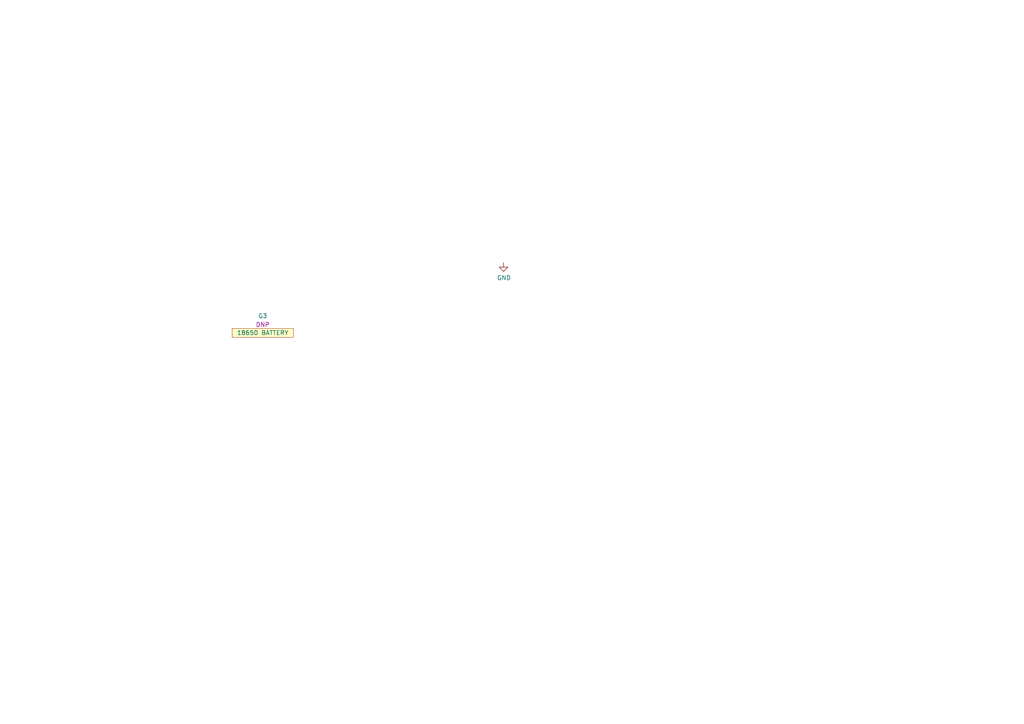
<source format=kicad_sch>
(kicad_sch (version 20211123) (generator eeschema)
  (paper "A4")
  (lib_symbols
    (symbol "master-vampire:G"
      (property "Reference" "G" (at -8.89 2.54 0))
      (property "MPN" "DNP" (at 0 0 0))
      (symbol "G_0_1"
        (rectangle (start -8.89 1.27) (end 8.89 -1.27) (stroke (width 0.1016)) (fill (type background)))
      )
    )
    (symbol "power:GND" (power) (pin_names (offset 0))
      (property "Value" "GND" (at 0 -3.81 0))
      (symbol "GND_0_1"
        (polyline (pts (xy 0 0) (xy 0 -1.27) (xy 1.27 -1.27) (xy 0 -2.54) (xy -1.27 -1.27) (xy 0 -1.27)))
      )
      (symbol "GND_1_1"
        (pin power_in line (at 0 0 270) (length 0) hide (name "GND") (number "1"))
      )
    )
  )
  (symbol (lib_id "power:GND") (at 146.05 76.2 0) (unit 1)
    (property "Reference" "#PWR02" (effects hide))
    (property "Value" "GND" (at 146.177 80.5942 0))
  )
  (symbol (lib_id "master-vampire:G") (at 76.2 96.52 0) (unit 1)
    (property "Reference" "G3" (at 76.2 91.6264 0))
    (property "Value" "18650 BATTERY" (at 76.2 96.52 0))
    (property "MPN" "DNP" (at 76.2 94.1633 0))
    (property "Manufacturer" "DNP" (effects hide))
    (property "Supplier" "DNP" (effects hide))
    (property "Supplier PN" "DNP" (effects hide))
    (property "Package" "DNP" (effects hide))
  )
)
</source>
